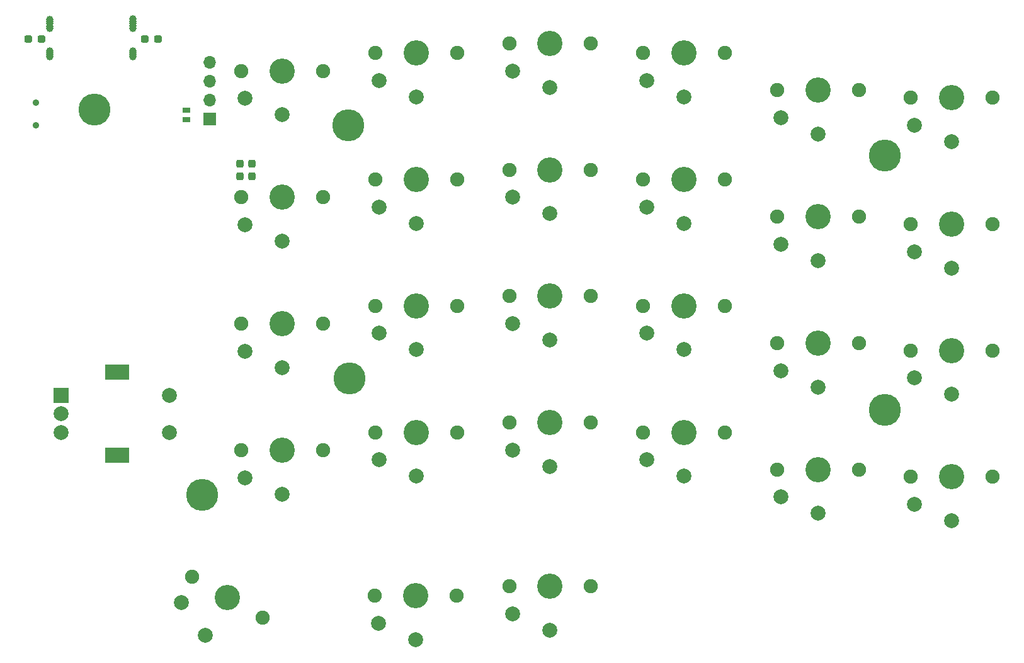
<source format=gts>
G04 #@! TF.GenerationSoftware,KiCad,Pcbnew,(5.99.0-8557-g8988e46ab1)*
G04 #@! TF.CreationDate,2021-02-20T09:24:53-07:00*
G04 #@! TF.ProjectId,BlueSof,426c7565-536f-4662-9e6b-696361645f70,rev?*
G04 #@! TF.SameCoordinates,PX85099e0PY51bada0*
G04 #@! TF.FileFunction,Soldermask,Top*
G04 #@! TF.FilePolarity,Negative*
%FSLAX46Y46*%
G04 Gerber Fmt 4.6, Leading zero omitted, Abs format (unit mm)*
G04 Created by KiCad (PCBNEW (5.99.0-8557-g8988e46ab1)) date 2021-02-20 09:24:53*
%MOMM*%
%LPD*%
G01*
G04 APERTURE LIST*
G04 Aperture macros list*
%AMRoundRect*
0 Rectangle with rounded corners*
0 $1 Rounding radius*
0 $2 $3 $4 $5 $6 $7 $8 $9 X,Y pos of 4 corners*
0 Add a 4 corners polygon primitive as box body*
4,1,4,$2,$3,$4,$5,$6,$7,$8,$9,$2,$3,0*
0 Add four circle primitives for the rounded corners*
1,1,$1+$1,$2,$3*
1,1,$1+$1,$4,$5*
1,1,$1+$1,$6,$7*
1,1,$1+$1,$8,$9*
0 Add four rect primitives between the rounded corners*
20,1,$1+$1,$2,$3,$4,$5,0*
20,1,$1+$1,$4,$5,$6,$7,0*
20,1,$1+$1,$6,$7,$8,$9,0*
20,1,$1+$1,$8,$9,$2,$3,0*%
G04 Aperture macros list end*
%ADD10C,1.900000*%
%ADD11C,3.400000*%
%ADD12C,2.000000*%
%ADD13RoundRect,0.237500X0.237500X-0.300000X0.237500X0.300000X-0.237500X0.300000X-0.237500X-0.300000X0*%
%ADD14RoundRect,0.237500X0.287500X0.237500X-0.287500X0.237500X-0.287500X-0.237500X0.287500X-0.237500X0*%
%ADD15R,2.000000X2.000000*%
%ADD16R,3.200000X2.000000*%
%ADD17C,4.300000*%
%ADD18C,1.000000*%
%ADD19R,1.700000X1.700000*%
%ADD20O,1.700000X1.700000*%
%ADD21R,1.000000X0.650000*%
%ADD22C,0.900000*%
G04 APERTURE END LIST*
D10*
X-23500000Y31600000D03*
X-12500000Y31600000D03*
D11*
X-18000000Y31600000D03*
D12*
X-23000000Y27900000D03*
X-18000000Y25700000D03*
D10*
X-5500000Y34000000D03*
D11*
X0Y34000000D03*
D10*
X5500000Y34000000D03*
D12*
X-5000000Y30300000D03*
X0Y28100000D03*
D10*
X41500000Y34000000D03*
D11*
X36000000Y34000000D03*
D10*
X30500000Y34000000D03*
D12*
X31000000Y30300000D03*
X36000000Y28100000D03*
D10*
X59500000Y29000000D03*
D11*
X54000000Y29000000D03*
D10*
X48500000Y29000000D03*
D12*
X49000000Y25300000D03*
X54000000Y23100000D03*
D10*
X66500000Y28000000D03*
D11*
X72000000Y28000000D03*
D10*
X77500000Y28000000D03*
D12*
X67000000Y24300000D03*
X72000000Y22100000D03*
D11*
X-18000000Y14600000D03*
D10*
X-23500000Y14600000D03*
X-12500000Y14600000D03*
D12*
X-23000000Y10900000D03*
X-18000000Y8700000D03*
D11*
X0Y17000000D03*
D10*
X5500000Y17000000D03*
X-5500000Y17000000D03*
D12*
X-5000000Y13300000D03*
X0Y11100000D03*
D10*
X23500000Y18300000D03*
D11*
X18000000Y18300000D03*
D10*
X12500000Y18300000D03*
D12*
X13000000Y14600000D03*
X18000000Y12400000D03*
D11*
X36000000Y17000000D03*
D10*
X30500000Y17000000D03*
X41500000Y17000000D03*
D12*
X31000000Y13300000D03*
X36000000Y11100000D03*
D10*
X77500000Y11000000D03*
D11*
X72000000Y11000000D03*
D10*
X66500000Y11000000D03*
D12*
X67000000Y7300000D03*
X72000000Y5100000D03*
D10*
X-5500000Y0D03*
X5500000Y0D03*
D11*
X0Y0D03*
D12*
X-5000000Y-3700000D03*
X0Y-5900000D03*
D11*
X18000000Y1300000D03*
D10*
X12500000Y1300000D03*
X23500000Y1300000D03*
D12*
X13000000Y-2400000D03*
X18000000Y-4600000D03*
D10*
X41500000Y0D03*
X30500000Y0D03*
D11*
X36000000Y0D03*
D12*
X31000000Y-3700000D03*
X36000000Y-5900000D03*
D10*
X59500000Y-5000000D03*
D11*
X54000000Y-5000000D03*
D10*
X48500000Y-5000000D03*
D12*
X49000000Y-8700000D03*
X54000000Y-10900000D03*
D10*
X-23500000Y-19400000D03*
X-12500000Y-19400000D03*
D11*
X-18000000Y-19400000D03*
D12*
X-23000000Y-23100000D03*
X-18000000Y-25300000D03*
D10*
X12500000Y-15700000D03*
D11*
X18000000Y-15700000D03*
D10*
X23500000Y-15700000D03*
D12*
X13000000Y-19400000D03*
X18000000Y-21600000D03*
D11*
X36000000Y-17000000D03*
D10*
X30500000Y-17000000D03*
X41500000Y-17000000D03*
D12*
X31000000Y-20700000D03*
X36000000Y-22900000D03*
D10*
X59500000Y-22000000D03*
D11*
X54000000Y-22000000D03*
D10*
X48500000Y-22000000D03*
D12*
X49000000Y-25700000D03*
X54000000Y-27900000D03*
D10*
X77500000Y-23000000D03*
X66500000Y-23000000D03*
D11*
X72000000Y-23000000D03*
D12*
X67000000Y-26700000D03*
X72000000Y-28900000D03*
D10*
X-23500000Y-2400000D03*
D11*
X-18000000Y-2400000D03*
D10*
X-12500000Y-2400000D03*
D12*
X-23000000Y-6100000D03*
X-18000000Y-8300000D03*
D11*
X54000000Y12000000D03*
D10*
X48500000Y12000000D03*
X59500000Y12000000D03*
D12*
X49000000Y8300000D03*
X54000000Y6100000D03*
D10*
X77500000Y-6000000D03*
X66500000Y-6000000D03*
D11*
X72000000Y-6000000D03*
D12*
X67000000Y-9700000D03*
X72000000Y-11900000D03*
D10*
X12500000Y-37700000D03*
D11*
X18000000Y-37700000D03*
D10*
X23500000Y-37700000D03*
D12*
X13000000Y-41400000D03*
X18000000Y-43600000D03*
D10*
X12500000Y35300000D03*
D11*
X18000000Y35300000D03*
D10*
X23500000Y35300000D03*
D12*
X13000000Y31600000D03*
X18000000Y29400000D03*
D10*
X5500000Y-17000000D03*
X-5500000Y-17000000D03*
D11*
X0Y-17000000D03*
D12*
X-5000000Y-20700000D03*
X0Y-22900000D03*
D13*
X-22100000Y17387500D03*
X-22100000Y19112500D03*
X-23737500Y17387500D03*
X-23737500Y19112500D03*
D14*
X-50400000Y35875000D03*
X-52150000Y35875000D03*
D10*
X-20636860Y-41950000D03*
X-30163140Y-36450000D03*
D11*
X-25400000Y-39200000D03*
D12*
X-31580127Y-39904294D03*
X-28350000Y-44309550D03*
D14*
X-34700000Y35900000D03*
X-36450000Y35900000D03*
D15*
X-47700000Y-12000000D03*
D12*
X-47700000Y-17000000D03*
X-47700000Y-14500000D03*
D16*
X-40200000Y-8900000D03*
X-40200000Y-20100000D03*
D12*
X-33200000Y-17000000D03*
X-33200000Y-12000000D03*
D10*
X5400000Y-39000000D03*
D11*
X-100000Y-39000000D03*
D10*
X-5600000Y-39000000D03*
D12*
X-5100000Y-42700000D03*
X-100000Y-44900000D03*
D17*
X63000000Y20175000D03*
X-43275000Y26400000D03*
X-9100000Y24275000D03*
X-9000000Y-9725000D03*
X-28775000Y-25400000D03*
X63000000Y-14025000D03*
D18*
X-49275300Y37319900D03*
X-38124700Y37332600D03*
X-49275600Y34306000D03*
X-38124700Y33789300D03*
X-38125000Y33544000D03*
X-49275000Y38539100D03*
X-38124700Y37967600D03*
X-49275600Y34043300D03*
X-38125000Y34306000D03*
X-49275300Y38259700D03*
X-49275300Y33789300D03*
X-38124400Y38551800D03*
X-49275600Y33544000D03*
X-38124700Y38272400D03*
X-38125000Y34043300D03*
X-38124700Y37624700D03*
X-49275300Y37954900D03*
X-49275300Y37612000D03*
D19*
X-27775000Y25100000D03*
D20*
X-27775000Y27640000D03*
X-27775000Y30180000D03*
X-27775000Y32720000D03*
D21*
X-30880045Y25032000D03*
X-30880045Y26302000D03*
D22*
X-51125000Y27300000D03*
X-51125000Y24300000D03*
M02*

</source>
